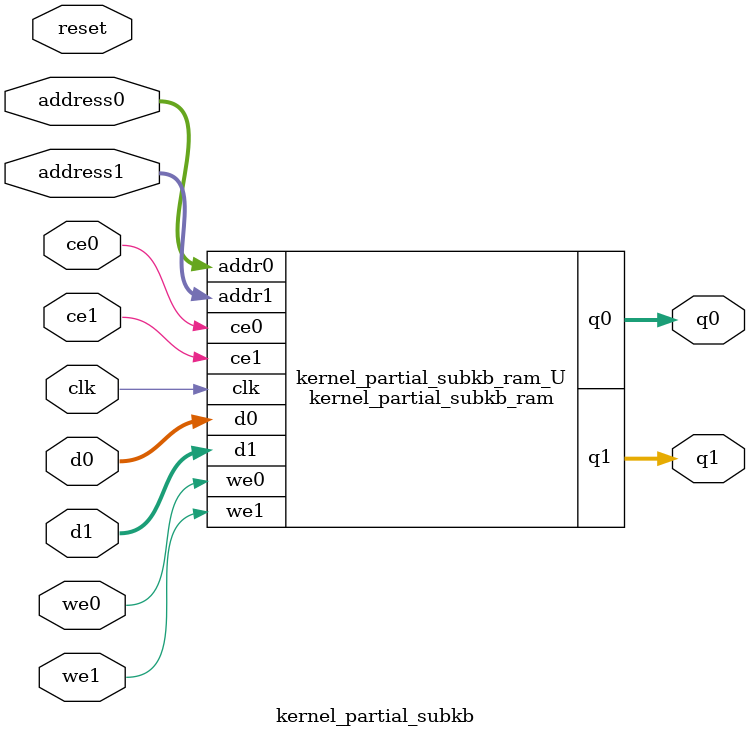
<source format=v>
`timescale 1 ns / 1 ps
module kernel_partial_subkb_ram (addr0, ce0, d0, we0, q0, addr1, ce1, d1, we1, q1,  clk);

parameter DWIDTH = 32;
parameter AWIDTH = 2;
parameter MEM_SIZE = 4;

input[AWIDTH-1:0] addr0;
input ce0;
input[DWIDTH-1:0] d0;
input we0;
output reg[DWIDTH-1:0] q0;
input[AWIDTH-1:0] addr1;
input ce1;
input[DWIDTH-1:0] d1;
input we1;
output reg[DWIDTH-1:0] q1;
input clk;

(* ram_style = "block" *)reg [DWIDTH-1:0] ram[0:MEM_SIZE-1];




always @(posedge clk)  
begin 
    if (ce0) begin
        if (we0) 
            ram[addr0] <= d0; 
        q0 <= ram[addr0];
    end
end


always @(posedge clk)  
begin 
    if (ce1) begin
        if (we1) 
            ram[addr1] <= d1; 
        q1 <= ram[addr1];
    end
end


endmodule

`timescale 1 ns / 1 ps
module kernel_partial_subkb(
    reset,
    clk,
    address0,
    ce0,
    we0,
    d0,
    q0,
    address1,
    ce1,
    we1,
    d1,
    q1);

parameter DataWidth = 32'd32;
parameter AddressRange = 32'd4;
parameter AddressWidth = 32'd2;
input reset;
input clk;
input[AddressWidth - 1:0] address0;
input ce0;
input we0;
input[DataWidth - 1:0] d0;
output[DataWidth - 1:0] q0;
input[AddressWidth - 1:0] address1;
input ce1;
input we1;
input[DataWidth - 1:0] d1;
output[DataWidth - 1:0] q1;



kernel_partial_subkb_ram kernel_partial_subkb_ram_U(
    .clk( clk ),
    .addr0( address0 ),
    .ce0( ce0 ),
    .we0( we0 ),
    .d0( d0 ),
    .q0( q0 ),
    .addr1( address1 ),
    .ce1( ce1 ),
    .we1( we1 ),
    .d1( d1 ),
    .q1( q1 ));

endmodule


</source>
